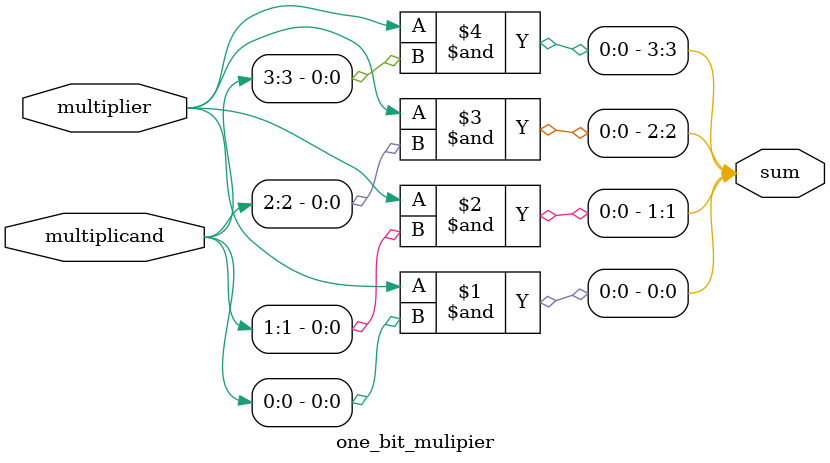
<source format=v>
module one_bit_mulipier(
        input multiplier,
        input [3:0]multiplicand,
        output [3:0]sum
    );
    
    and(sum[0], multiplier, multiplicand[0]);
    and(sum[1], multiplier,  multiplicand[1]);
    and(sum[2], multiplier, multiplicand[2]);
    and(sum[3], multiplier, multiplicand[3]);
    
endmodule

</source>
